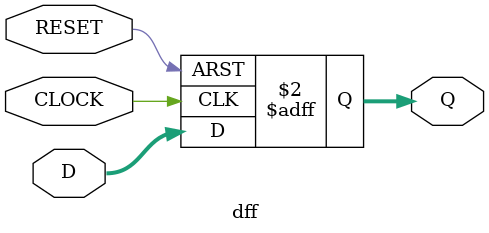
<source format=sv>
`ifndef DFF
`define DFF

`timescale 1ns/100ps

module dff
    #(parameter n = 32)(
    //
    // ---------------- PORT DEFINITIONS ----------------
    //
    input  logic CLOCK, RESET,
    input  logic [(n-1):0] D,
    output logic [(n-1):0] Q
);
    //
    // ---------------- MODULE DESIGN IMPLEMENTATION ----------------
    //
    always @(posedge CLOCK, posedge RESET)
    begin
        if (RESET)
        begin
            Q <= 0;
        end
        else
        begin
            Q <= D;
        end
    end
endmodule

`endif // DFF
</source>
